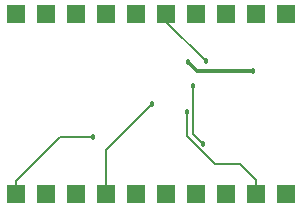
<source format=gtl>
G75*
%MOIN*%
%OFA0B0*%
%FSLAX25Y25*%
%IPPOS*%
%LPD*%
%AMOC8*
5,1,8,0,0,1.08239X$1,22.5*
%
%ADD10R,0.06000X0.06000*%
%ADD11C,0.01800*%
%ADD12C,0.01200*%
%ADD13C,0.00800*%
D10*
X0011800Y0023933D03*
X0021800Y0023933D03*
X0031800Y0023933D03*
X0041800Y0023933D03*
X0051800Y0023933D03*
X0061800Y0023933D03*
X0071800Y0023933D03*
X0081800Y0023933D03*
X0091800Y0023933D03*
X0101800Y0023933D03*
X0101800Y0084033D03*
X0091800Y0084033D03*
X0081800Y0084033D03*
X0071800Y0084033D03*
X0061800Y0084033D03*
X0051800Y0084033D03*
X0041800Y0084033D03*
X0031800Y0084033D03*
X0021800Y0084033D03*
X0011800Y0084033D03*
D11*
X0057200Y0053983D03*
X0068794Y0051190D03*
X0070700Y0059883D03*
X0069000Y0067883D03*
X0075000Y0068183D03*
X0090800Y0064983D03*
X0074100Y0040683D03*
X0037500Y0042783D03*
D12*
X0069000Y0067883D02*
X0071900Y0064983D01*
X0090800Y0064983D01*
D13*
X0075000Y0068183D02*
X0061800Y0081383D01*
X0061800Y0084033D01*
X0070700Y0059883D02*
X0070700Y0044083D01*
X0074100Y0040683D01*
X0068794Y0043290D02*
X0078100Y0033983D01*
X0086400Y0033983D01*
X0091800Y0028583D01*
X0091800Y0023933D01*
X0068794Y0043290D02*
X0068794Y0051190D01*
X0057200Y0053983D02*
X0041800Y0038583D01*
X0041800Y0023933D01*
X0026300Y0042783D02*
X0011800Y0028283D01*
X0011800Y0023933D01*
X0026300Y0042783D02*
X0037500Y0042783D01*
M02*

</source>
